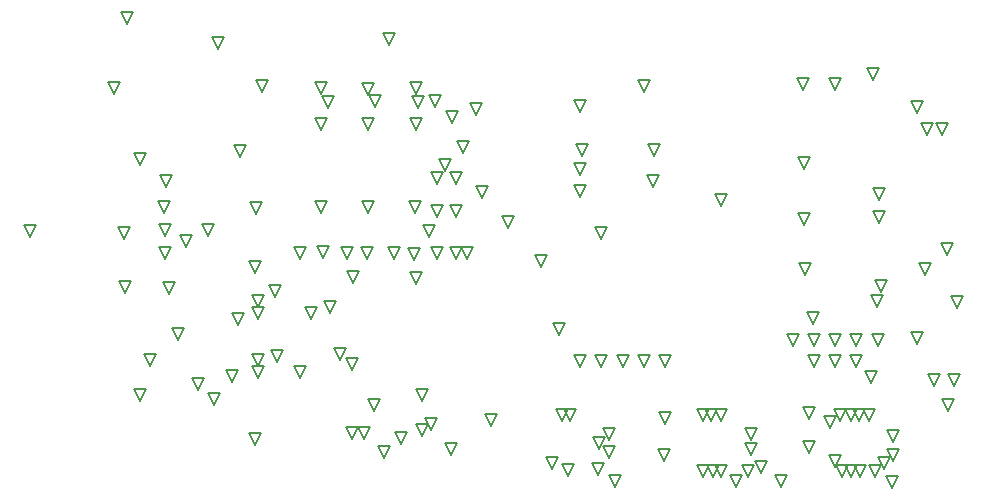
<source format=gbr>
%TF.GenerationSoftware,Altium Limited,Altium Designer,20.0.13 (296)*%
G04 Layer_Color=2752767*
%FSLAX26Y26*%
%MOIN*%
%TF.FileFunction,Drawing*%
%TF.Part,Single*%
G01*
G75*
%TA.AperFunction,NonConductor*%
%ADD93C,0.005000*%
D93*
X2624016Y197520D02*
X2604016Y237520D01*
X2644016D01*
X2624016Y197520D01*
X2625984Y83347D02*
X2605984Y123347D01*
X2645984D01*
X2625984Y83347D01*
X2903543Y-33779D02*
X2883543Y6221D01*
X2923543D01*
X2903543Y-33779D01*
X3087598Y223110D02*
X3067598Y263110D01*
X3107598D01*
X3087598Y223110D01*
X2986220Y447520D02*
X2966220Y487520D01*
X3006220D01*
X2986220Y447520D01*
X3118110Y565630D02*
X3098110Y605630D01*
X3138110D01*
X3118110Y565630D01*
X2073819Y1286102D02*
X2053819Y1326102D01*
X2093819D01*
X2073819Y1286102D01*
X1224409Y1445551D02*
X1204409Y1485551D01*
X1244409D01*
X1224409Y1445551D01*
X1413386Y1025276D02*
X1393386Y1065276D01*
X1433386D01*
X1413386Y1025276D01*
X1623032Y832362D02*
X1603032Y872362D01*
X1643032D01*
X1623032Y832362D01*
X2109252Y1074488D02*
X2089252Y1114488D01*
X2129252D01*
X2109252Y1074488D01*
X2105315Y971142D02*
X2085315Y1011142D01*
X2125315D01*
X2105315Y971142D01*
X2333661Y907165D02*
X2313661Y947165D01*
X2353661D01*
X2333661Y907165D01*
X2839567Y1326457D02*
X2819567Y1366457D01*
X2859567D01*
X2839567Y1326457D01*
X2985236Y1217205D02*
X2965236Y1257205D01*
X3005236D01*
X2985236Y1217205D01*
X2851378Y569567D02*
X2831378Y609567D01*
X2871378D01*
X2851378Y569567D01*
X2860236Y852047D02*
X2840236Y892047D01*
X2880236D01*
X2860236Y852047D01*
X2859252Y928819D02*
X2839252Y968819D01*
X2879252D01*
X2859252Y928819D01*
X2607284Y1029213D02*
X2587284Y1069213D01*
X2627284D01*
X2607284Y1029213D01*
X2610236Y845158D02*
X2590236Y885158D01*
X2630236D01*
X2610236Y845158D01*
X2611220Y675866D02*
X2591220Y715866D01*
X2631220D01*
X2611220Y675866D01*
X2638780Y512480D02*
X2618780Y552480D01*
X2658780D01*
X2638780Y512480D01*
X2833661Y316614D02*
X2813661Y356614D01*
X2853661D01*
X2833661Y316614D01*
X2695866Y167992D02*
X2675866Y207992D01*
X2715866D01*
X2695866Y167992D01*
X2713583Y37087D02*
X2693583Y77087D01*
X2733583D01*
X2713583Y37087D01*
X1922244Y10512D02*
X1902244Y50512D01*
X1942244D01*
X1922244Y10512D01*
X1926181Y98110D02*
X1906181Y138110D01*
X1946181D01*
X1926181Y98110D01*
X2423228Y3622D02*
X2403228Y43622D01*
X2443228D01*
X2423228Y3622D01*
X2144685Y181772D02*
X2124685Y221772D01*
X2164685D01*
X2144685Y181772D01*
X2141732Y56772D02*
X2121732Y96772D01*
X2161732D01*
X2141732Y56772D01*
X1175197Y224095D02*
X1155197Y264094D01*
X1195197D01*
X1175197Y224095D01*
X1208661Y66614D02*
X1188661Y106614D01*
X1228661D01*
X1208661Y66614D01*
X1432087Y77441D02*
X1412087Y117441D01*
X1452087D01*
X1432087Y77441D01*
X1564961Y174882D02*
X1544961Y214882D01*
X1584961D01*
X1564961Y174882D01*
X1733268Y702441D02*
X1713268Y742441D01*
X1753268D01*
X1733268Y702441D01*
X1021654Y1232953D02*
X1001654Y1272953D01*
X1041653D01*
X1021654Y1232953D01*
X1179134Y1235906D02*
X1159134Y1275906D01*
X1199134D01*
X1179134Y1235906D01*
X1320866Y1234921D02*
X1300866Y1274921D01*
X1340866D01*
X1320866Y1234921D01*
X1516732Y1211299D02*
X1496732Y1251299D01*
X1536732D01*
X1516732Y1211299D01*
X1535433Y932756D02*
X1515433Y972756D01*
X1555433D01*
X1535433Y932756D01*
X1153543Y730000D02*
X1133543Y770000D01*
X1173543D01*
X1153543Y730000D01*
X1309055Y728032D02*
X1289055Y768032D01*
X1329055D01*
X1309055Y728032D01*
X1315945Y646339D02*
X1295945Y686339D01*
X1335945D01*
X1315945Y646339D01*
X1106299Y649291D02*
X1086299Y689291D01*
X1126299D01*
X1106299Y649291D01*
X1005905Y734921D02*
X985905Y774921D01*
X1025906D01*
X1005905Y734921D01*
X549213Y771339D02*
X529213Y811339D01*
X569213D01*
X549213Y771339D01*
X845472Y605000D02*
X825472Y645000D01*
X865472D01*
X845472Y605000D01*
X853346Y386496D02*
X833346Y426496D01*
X873346D01*
X853346Y386496D01*
X701772Y319567D02*
X681772Y359567D01*
X721772D01*
X701772Y319567D01*
X641732Y242795D02*
X621732Y282795D01*
X661732D01*
X641732Y242795D01*
X777559Y108937D02*
X757559Y148937D01*
X797559D01*
X777559Y108937D01*
X352362Y1512480D02*
X332362Y1552480D01*
X372362D01*
X352362Y1512480D01*
X655512Y1431772D02*
X635512Y1471772D01*
X675512D01*
X655512Y1431772D01*
X803150Y1286102D02*
X783150Y1326102D01*
X823150D01*
X803150Y1286102D01*
X727362Y1069567D02*
X707362Y1109567D01*
X747362D01*
X727362Y1069567D01*
X483268Y972126D02*
X463268Y1012126D01*
X503268D01*
X483268Y972126D01*
X475394Y884528D02*
X455394Y924528D01*
X495394D01*
X475394Y884528D01*
X783465Y879606D02*
X763465Y919606D01*
X803465D01*
X783465Y879606D01*
X723425Y511496D02*
X703425Y551496D01*
X743425D01*
X723425Y511496D01*
X778543Y683740D02*
X758543Y723740D01*
X798543D01*
X778543Y683740D01*
X345472Y618779D02*
X325472Y658779D01*
X365472D01*
X345472Y618779D01*
X492126Y614842D02*
X472126Y654842D01*
X512126D01*
X492126Y614842D01*
X427165Y373701D02*
X407165Y413701D01*
X447165D01*
X427165Y373701D01*
X3068307Y1143386D02*
X3048307Y1183386D01*
X3088307D01*
X3068307Y1143386D01*
X3018307D02*
X2998307Y1183386D01*
X3038307D01*
X3018307Y1143386D01*
X2712599Y1292401D02*
X2692599Y1332401D01*
X2732599D01*
X2712599Y1292401D01*
X2606299D02*
X2586299Y1332401D01*
X2626299D01*
X2606299Y1292401D01*
X1334646Y256083D02*
X1314646Y296083D01*
X1354646D01*
X1334646Y256083D01*
X1101378Y359921D02*
X1081378Y399921D01*
X1121378D01*
X1101378Y359921D01*
X1085433Y730000D02*
X1065433Y770000D01*
X1105433D01*
X1085433Y730000D01*
X1242913D02*
X1222913Y770000D01*
X1262913D01*
X1242913Y730000D01*
X1385827Y731968D02*
X1365827Y771968D01*
X1405827D01*
X1385827Y731968D01*
X1486220D02*
X1466220Y771968D01*
X1506220D01*
X1486220Y731968D01*
X1448819D02*
X1428819Y771968D01*
X1468819D01*
X1448819Y731968D01*
X927953Y730000D02*
X907953Y770000D01*
X947953D01*
X927953Y730000D01*
X1862205Y371142D02*
X1842205Y411142D01*
X1882205D01*
X1862205Y371142D01*
X1263780Y114534D02*
X1243780Y154534D01*
X1283780D01*
X1263780Y114534D01*
X927953Y334331D02*
X907953Y374331D01*
X947953D01*
X927953Y334331D01*
X1933071Y796338D02*
X1913071Y836338D01*
X1953071D01*
X1933071Y796338D01*
X2533465Y-29843D02*
X2513465Y10157D01*
X2553465D01*
X2533465Y-29843D01*
X2381890D02*
X2361890Y10157D01*
X2401890D01*
X2381890Y-29843D01*
X2332677Y4353D02*
X2312677Y44353D01*
X2352677D01*
X2332677Y4353D01*
X2305118D02*
X2285118Y44353D01*
X2325118D01*
X2305118Y4353D01*
X2273622D02*
X2253622Y44353D01*
X2293622D01*
X2273622Y4353D01*
X1978347Y-29843D02*
X1958347Y10157D01*
X1998347D01*
X1978347Y-29843D01*
X1959547Y127638D02*
X1939547Y167638D01*
X1979547D01*
X1959547Y127638D01*
Y68583D02*
X1939547Y108583D01*
X1979547D01*
X1959547Y68583D01*
X2874016Y30197D02*
X2854016Y70197D01*
X2894016D01*
X2874016Y30197D01*
X2431988Y127638D02*
X2411988Y167638D01*
X2451988D01*
X2431988Y127638D01*
X2464060Y18509D02*
X2444060Y58509D01*
X2484060D01*
X2464060Y18509D01*
X2431988Y78740D02*
X2411988Y118740D01*
X2451988D01*
X2431988Y78740D01*
X3086614Y745315D02*
X3066614Y785315D01*
X3106614D01*
X3086614Y745315D01*
X623425Y805787D02*
X603425Y845787D01*
X643425D01*
X623425Y805787D01*
X1061024Y395354D02*
X1041024Y435354D01*
X1081024D01*
X1061024Y395354D01*
X1030315Y550866D02*
X1010315Y590866D01*
X1050315D01*
X1030315Y550866D01*
X966142Y530000D02*
X946142Y570000D01*
X986142D01*
X966142Y530000D01*
X478937Y729016D02*
X458937Y769016D01*
X498937D01*
X478937Y729016D01*
X1820866Y7559D02*
X1800866Y47559D01*
X1840866D01*
X1820866Y7559D01*
X1770276Y30197D02*
X1750276Y70197D01*
X1790276D01*
X1770276Y30197D01*
X2866141Y619173D02*
X2846141Y659173D01*
X2886141D01*
X2866141Y619173D01*
X1313091Y884626D02*
X1293091Y924626D01*
X1333091D01*
X1313091Y884626D01*
X2905709Y58740D02*
X2885709Y98740D01*
X2925709D01*
X2905709Y58740D01*
X1791339Y477441D02*
X1771339Y517441D01*
X1811339D01*
X1791339Y477441D01*
X787402Y373701D02*
X767402Y413701D01*
X807402D01*
X787402Y373701D01*
Y570551D02*
X767402Y610551D01*
X807402D01*
X787402Y570551D01*
Y334331D02*
X767402Y374331D01*
X807402D01*
X787402Y334331D01*
Y531181D02*
X767402Y571181D01*
X807402D01*
X787402Y531181D01*
X1334646Y141417D02*
X1314646Y181417D01*
X1354646D01*
X1334646Y141417D01*
X1365551Y161102D02*
X1345551Y201102D01*
X1385551D01*
X1365551Y161102D01*
X1102362Y129016D02*
X1082362Y169016D01*
X1122362D01*
X1102362Y129016D01*
X1141732D02*
X1121732Y169016D01*
X1161732D01*
X1141732Y129016D01*
X1359449Y804409D02*
X1339449Y844409D01*
X1379449D01*
X1359449Y804409D01*
X308071Y1279213D02*
X288071Y1319213D01*
X328071D01*
X308071Y1279213D01*
X393701Y1042992D02*
X373701Y1082992D01*
X413701D01*
X393701Y1042992D01*
X3109370Y306850D02*
X3089370Y346850D01*
X3129370D01*
X3109370Y306850D01*
X3041614Y306772D02*
X3021614Y346772D01*
X3061614D01*
X3041614Y306772D01*
X29528Y804803D02*
X9528Y844803D01*
X49528D01*
X29528Y804803D01*
X1434055Y1182756D02*
X1414055Y1222756D01*
X1454055D01*
X1434055Y1182756D01*
X393701Y255591D02*
X373701Y295591D01*
X413701D01*
X393701Y255591D01*
X2905709Y120000D02*
X2885709Y160000D01*
X2925709D01*
X2905709Y120000D01*
X3011811Y678898D02*
X2991811Y718898D01*
X3031811D01*
X3011811Y678898D01*
X521654Y460945D02*
X501654Y500945D01*
X541654D01*
X521654Y460945D01*
X478937Y805787D02*
X458937Y845787D01*
X498937D01*
X478937Y805787D01*
X342520Y798405D02*
X322520Y838405D01*
X362520D01*
X342520Y798405D01*
X2273622Y189646D02*
X2253622Y229646D01*
X2293622D01*
X2273622Y189646D01*
X2333661D02*
X2313661Y229646D01*
X2353661D01*
X2333661Y189646D01*
X2299213D02*
X2279213Y229646D01*
X2319213D01*
X2299213Y189646D01*
X2790430Y190125D02*
X2770430Y230125D01*
X2810430D01*
X2790430Y190125D01*
X2824803Y191811D02*
X2804803Y231811D01*
X2844803D01*
X2824803Y191811D01*
X2765748Y189646D02*
X2745748Y229646D01*
X2785748D01*
X2765748Y189646D01*
X2728555D02*
X2708555Y229646D01*
X2748555D01*
X2728555Y189646D01*
X587795Y293091D02*
X567795Y333091D01*
X607795D01*
X587795Y293091D01*
X1801307Y189968D02*
X1781307Y229968D01*
X1821307D01*
X1801307Y189968D01*
X1828870Y189843D02*
X1808870Y229843D01*
X1848870D01*
X1828870Y189843D01*
X1385827Y869764D02*
X1365827Y909764D01*
X1405827D01*
X1385827Y869764D01*
X2783464Y442008D02*
X2763464Y482008D01*
X2803464D01*
X2783464Y442008D01*
X2570866D02*
X2550866Y482008D01*
X2590866D01*
X2570866Y442008D01*
X2712598Y371142D02*
X2692598Y411142D01*
X2732598D01*
X2712598Y371142D01*
X2641732D02*
X2621732Y411142D01*
X2661732D01*
X2641732Y371142D01*
X2794776Y4606D02*
X2774776Y44606D01*
X2814776D01*
X2794776Y4606D01*
X2736670Y3720D02*
X2716670Y43720D01*
X2756670D01*
X2736670Y3720D01*
X2765748D02*
X2745748Y43720D01*
X2785748D01*
X2765748Y3720D01*
X2844488D02*
X2824488Y43720D01*
X2864488D01*
X2844488Y3720D01*
X1862205Y1221535D02*
X1842205Y1261535D01*
X1882205D01*
X1862205Y1221535D01*
X1868110Y1073504D02*
X1848110Y1113504D01*
X1888110D01*
X1868110Y1073504D01*
X1862205Y1008937D02*
X1842205Y1048937D01*
X1882205D01*
X1862205Y1008937D01*
Y938071D02*
X1842205Y978071D01*
X1882205D01*
X1862205Y938071D01*
X1933071Y371142D02*
X1913071Y411142D01*
X1953071D01*
X1933071Y371142D01*
X2003937D02*
X1983937Y411142D01*
X2023937D01*
X2003937Y371142D01*
X2074803D02*
X2054803Y411142D01*
X2094803D01*
X2074803Y371142D01*
X2145669D02*
X2125669Y411142D01*
X2165669D01*
X2145669Y371142D01*
X2641732Y442008D02*
X2621732Y482008D01*
X2661732D01*
X2641732Y442008D01*
X2712598D02*
X2692598Y482008D01*
X2732598D01*
X2712598Y442008D01*
X2854330D02*
X2834330Y482008D01*
X2874330D01*
X2854330Y442008D01*
X2783464Y371142D02*
X2763464Y411142D01*
X2803464D01*
X2783464Y371142D01*
X1314173Y1279213D02*
X1294173Y1319213D01*
X1334173D01*
X1314173Y1279213D01*
X1448819Y869764D02*
X1428819Y909764D01*
X1468819D01*
X1448819Y869764D01*
Y980000D02*
X1428819Y1020000D01*
X1468819D01*
X1448819Y980000D01*
X1156693Y1278706D02*
X1136693Y1318706D01*
X1176693D01*
X1156693Y1278706D01*
X1385827Y980000D02*
X1365827Y1020000D01*
X1405827D01*
X1385827Y980000D01*
X1155610Y884626D02*
X1135610Y924626D01*
X1175610D01*
X1155610Y884626D01*
X997047Y883543D02*
X977047Y923543D01*
X1017047D01*
X997047Y883543D01*
X1471653Y1082362D02*
X1451653Y1122362D01*
X1491653D01*
X1471653Y1082362D01*
X1379921Y1237874D02*
X1359921Y1277874D01*
X1399921D01*
X1379921Y1237874D01*
X1314173Y1161102D02*
X1294173Y1201102D01*
X1334173D01*
X1314173Y1161102D01*
X1156693D02*
X1136693Y1201102D01*
X1176693D01*
X1156693Y1161102D01*
X999213Y1279213D02*
X979213Y1319213D01*
X1019213D01*
X999213Y1279213D01*
Y1161102D02*
X979213Y1201102D01*
X1019213D01*
X999213Y1161102D01*
%TF.MD5,9a8bb1e5d00386349e3e9f8001fb479c*%
M02*

</source>
